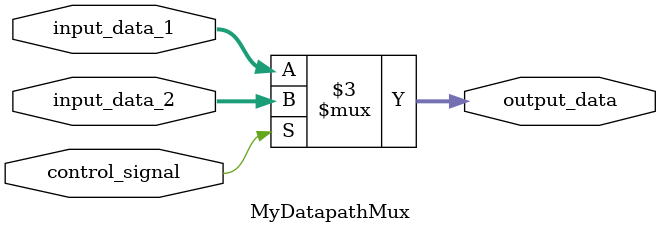
<source format=v>
module MyDatapathMux(
    input control_signal,
    input [31:0] input_data_1, //0
    input [31:0] input_data_2, //1
    output reg [31:0] output_data
);

always @*
begin
    if(control_signal)
    begin
        output_data = input_data_2;
    end
    else
    begin
        output_data = input_data_1;
    end
end

endmodule

</source>
